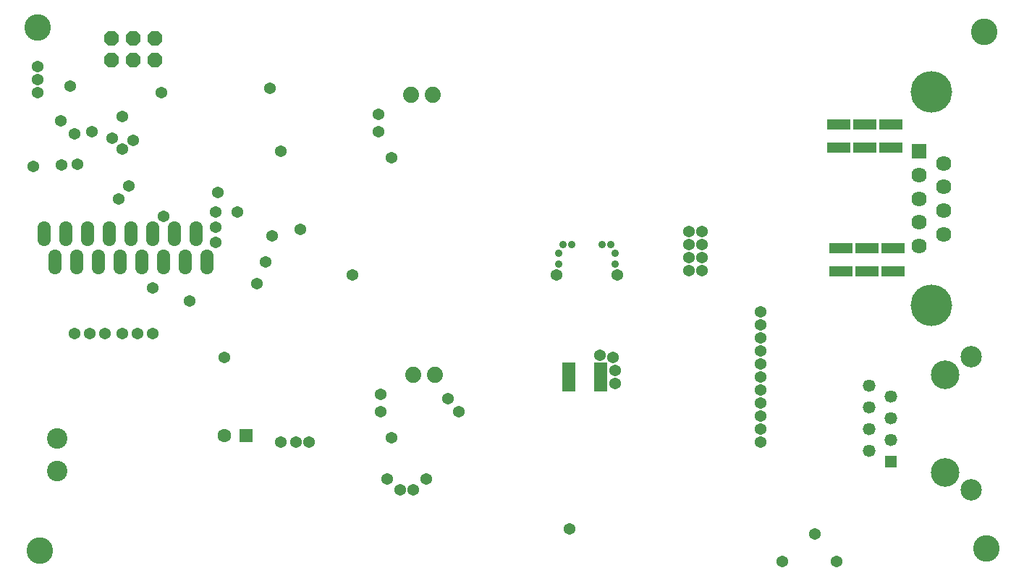
<source format=gbs>
%FSTAX23Y23*%
%MOMM*%
%SFA1B1*%

%IPPOS*%
%AMD136*
4,1,8,0.419100,0.840740,-0.419100,0.840740,-0.840740,0.419100,-0.840740,-0.419100,-0.419100,-0.840740,0.419100,-0.840740,0.840740,-0.419100,0.840740,0.419100,0.419100,0.840740,0.0*
%
%ADD72C,1.369997*%
%ADD115R,2.699995X1.199998*%
%ADD121R,1.499997X3.399993*%
%ADD134R,1.599997X1.599997*%
%ADD135C,1.599997*%
G04~CAMADD=136~4~0.0~0.0~661.4~661.4~0.0~165.4~0~0.0~0.0~0.0~0.0~0~0.0~0.0~0.0~0.0~0~0.0~0.0~0.0~0.0~661.4~661.4*
%ADD136D136*%
%ADD137C,4.859990*%
%ADD138R,1.789996X1.789996*%
%ADD139C,1.789996*%
%ADD140O,1.519997X2.949994*%
%ADD141C,2.399995*%
%ADD142C,1.879996*%
%ADD143C,3.099994*%
%ADD144C,3.349993*%
%ADD145C,2.499995*%
%ADD146C,1.469997*%
%ADD147R,1.469997X1.469997*%
%ADD148C,0.899998*%
%LNlv1-1*%
%LPD*%
G54D72*
X73409Y27939D03*
X72139Y29459D03*
X91689Y32769D03*
Y31239D03*
X91439Y34289D03*
X89919Y34539D03*
X28449Y37079D03*
X30229D03*
X37589D03*
X35809D03*
X34039D03*
X31999D03*
X37589Y42419D03*
X23579Y56639D03*
X24089Y65279D03*
Y66799D03*
X45169Y53589D03*
X27899Y66039D03*
X24089Y68329D03*
X44939Y51309D03*
X26899Y56769D03*
X35269Y59689D03*
X38569Y65279D03*
X34759Y54359D03*
X33999Y62479D03*
Y58669D03*
X33629Y52769D03*
X28409Y60449D03*
X30469Y60709D03*
X26879Y61979D03*
X28809Y56899D03*
X32849Y59939D03*
X100329Y49019D03*
Y47499D03*
Y45969D03*
X101849Y49019D03*
X65529Y57659D03*
Y24889D03*
X66549Y18799D03*
X68069D03*
X64009Y60709D03*
X64259Y27939D03*
X64009Y62739D03*
X64259Y29969D03*
X50799Y45469D03*
X51309Y65789D03*
X44959Y47749D03*
X52579Y58419D03*
X41909Y40889D03*
X47499Y51309D03*
X51559Y48509D03*
X54859Y49249D03*
X38859Y50799D03*
X60959Y43939D03*
X49779Y42929D03*
X44959Y49529D03*
X45969Y34289D03*
X52579Y24379D03*
X54359D03*
X55879D03*
X108709Y39619D03*
Y38099D03*
Y36579D03*
X101849Y45969D03*
Y47499D03*
X117599Y10409D03*
X69599Y20069D03*
X65019D03*
X86359Y14219D03*
X115059Y13629D03*
X111249Y10409D03*
X108709Y35049D03*
Y33529D03*
Y31999D03*
Y30479D03*
Y28959D03*
Y27429D03*
Y25909D03*
Y24379D03*
X91949Y43939D03*
X84839D03*
X100329Y44449D03*
X101849D03*
G54D115*
X123949Y61549D03*
Y58849D03*
X120899Y61549D03*
Y58849D03*
X117859Y61549D03*
Y58849D03*
X118109Y47069D03*
Y44369D03*
X121159Y47069D03*
Y44369D03*
X124209Y47069D03*
Y44369D03*
G54D121*
X90039Y31999D03*
X86239D03*
G54D134*
X48509Y25149D03*
G54D135*
X45969Y25149D03*
G54D136*
X37809Y71629D03*
Y69089D03*
X35269Y71629D03*
Y69089D03*
X32729Y71629D03*
Y69089D03*
G54D137*
X128679Y40339D03*
Y65329D03*
G54D138*
X127259Y58369D03*
G54D139*
X130099Y56989D03*
X127259Y55599D03*
X130099Y54219D03*
X127259Y52829D03*
X130099Y51449D03*
X127259Y50059D03*
X130099Y48679D03*
X127259Y47289D03*
G54D140*
X24849Y48769D03*
X27389D03*
X29929D03*
X32469D03*
X35009D03*
X37549D03*
X40089D03*
X42629D03*
X43899Y45469D03*
X41359D03*
X38819D03*
X36279D03*
X33739D03*
X31199D03*
X28659D03*
X26119D03*
G54D141*
X26419Y20949D03*
Y24759D03*
G54D142*
X70359Y65019D03*
X67819D03*
X70609Y32259D03*
X68069D03*
G54D143*
X24129Y72899D03*
X24379Y11679D03*
X134869Y72389D03*
X135129Y11939D03*
G54D144*
X130299Y32259D03*
Y20829D03*
G54D145*
X133349Y34339D03*
Y18749D03*
G54D146*
X121409Y30989D03*
X123949Y29719D03*
X121409Y28449D03*
X123949Y27179D03*
X121409Y25909D03*
X123949Y24639D03*
X121409Y23369D03*
G54D147*
X123949Y22099D03*
G54D148*
X86609Y47499D03*
X85599D03*
X85089Y46479D03*
Y45209D03*
X90169Y47499D03*
X91189D03*
X91689Y45209D03*
Y46479D03*
M02*
</source>
